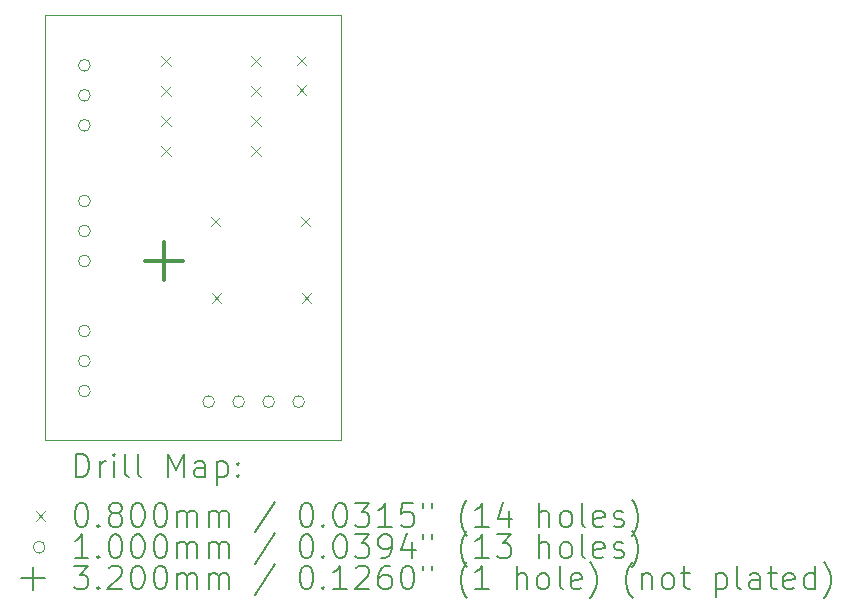
<source format=gbr>
%TF.GenerationSoftware,KiCad,Pcbnew,9.0.0*%
%TF.CreationDate,2025-03-16T20:44:52+01:00*%
%TF.ProjectId,eeprom_i2c,65657072-6f6d-45f6-9932-632e6b696361,1.1*%
%TF.SameCoordinates,PX7459280PY5b8d800*%
%TF.FileFunction,Drillmap*%
%TF.FilePolarity,Positive*%
%FSLAX45Y45*%
G04 Gerber Fmt 4.5, Leading zero omitted, Abs format (unit mm)*
G04 Created by KiCad (PCBNEW 9.0.0) date 2025-03-16 20:44:52*
%MOMM*%
%LPD*%
G01*
G04 APERTURE LIST*
%ADD10C,0.050000*%
%ADD11C,0.200000*%
%ADD12C,0.100000*%
%ADD13C,0.320000*%
G04 APERTURE END LIST*
D10*
X0Y3600000D02*
X2500000Y3600000D01*
X2500000Y0D01*
X0Y0D01*
X0Y3600000D01*
D11*
D12*
X980000Y3249000D02*
X1060000Y3169000D01*
X1060000Y3249000D02*
X980000Y3169000D01*
X980000Y2995000D02*
X1060000Y2915000D01*
X1060000Y2995000D02*
X980000Y2915000D01*
X980000Y2741000D02*
X1060000Y2661000D01*
X1060000Y2741000D02*
X980000Y2661000D01*
X980000Y2487000D02*
X1060000Y2407000D01*
X1060000Y2487000D02*
X980000Y2407000D01*
X1399000Y1890000D02*
X1479000Y1810000D01*
X1479000Y1890000D02*
X1399000Y1810000D01*
X1410000Y1245000D02*
X1490000Y1165000D01*
X1490000Y1245000D02*
X1410000Y1165000D01*
X1742000Y3249000D02*
X1822000Y3169000D01*
X1822000Y3249000D02*
X1742000Y3169000D01*
X1742000Y2995000D02*
X1822000Y2915000D01*
X1822000Y2995000D02*
X1742000Y2915000D01*
X1742000Y2741000D02*
X1822000Y2661000D01*
X1822000Y2741000D02*
X1742000Y2661000D01*
X1742000Y2487000D02*
X1822000Y2407000D01*
X1822000Y2487000D02*
X1742000Y2407000D01*
X2130000Y3255000D02*
X2210000Y3175000D01*
X2210000Y3255000D02*
X2130000Y3175000D01*
X2130000Y3005000D02*
X2210000Y2925000D01*
X2210000Y3005000D02*
X2130000Y2925000D01*
X2161000Y1890000D02*
X2241000Y1810000D01*
X2241000Y1890000D02*
X2161000Y1810000D01*
X2172000Y1245000D02*
X2252000Y1165000D01*
X2252000Y1245000D02*
X2172000Y1165000D01*
X380000Y3173000D02*
G75*
G02*
X280000Y3173000I-50000J0D01*
G01*
X280000Y3173000D02*
G75*
G02*
X380000Y3173000I50000J0D01*
G01*
X380000Y2919000D02*
G75*
G02*
X280000Y2919000I-50000J0D01*
G01*
X280000Y2919000D02*
G75*
G02*
X380000Y2919000I50000J0D01*
G01*
X380000Y2665000D02*
G75*
G02*
X280000Y2665000I-50000J0D01*
G01*
X280000Y2665000D02*
G75*
G02*
X380000Y2665000I50000J0D01*
G01*
X380000Y2024500D02*
G75*
G02*
X280000Y2024500I-50000J0D01*
G01*
X280000Y2024500D02*
G75*
G02*
X380000Y2024500I50000J0D01*
G01*
X380000Y1770500D02*
G75*
G02*
X280000Y1770500I-50000J0D01*
G01*
X280000Y1770500D02*
G75*
G02*
X380000Y1770500I50000J0D01*
G01*
X380000Y1516500D02*
G75*
G02*
X280000Y1516500I-50000J0D01*
G01*
X280000Y1516500D02*
G75*
G02*
X380000Y1516500I50000J0D01*
G01*
X380000Y923000D02*
G75*
G02*
X280000Y923000I-50000J0D01*
G01*
X280000Y923000D02*
G75*
G02*
X380000Y923000I50000J0D01*
G01*
X380000Y669000D02*
G75*
G02*
X280000Y669000I-50000J0D01*
G01*
X280000Y669000D02*
G75*
G02*
X380000Y669000I50000J0D01*
G01*
X380000Y415000D02*
G75*
G02*
X280000Y415000I-50000J0D01*
G01*
X280000Y415000D02*
G75*
G02*
X380000Y415000I50000J0D01*
G01*
X1432000Y325000D02*
G75*
G02*
X1332000Y325000I-50000J0D01*
G01*
X1332000Y325000D02*
G75*
G02*
X1432000Y325000I50000J0D01*
G01*
X1686000Y325000D02*
G75*
G02*
X1586000Y325000I-50000J0D01*
G01*
X1586000Y325000D02*
G75*
G02*
X1686000Y325000I50000J0D01*
G01*
X1940000Y325000D02*
G75*
G02*
X1840000Y325000I-50000J0D01*
G01*
X1840000Y325000D02*
G75*
G02*
X1940000Y325000I50000J0D01*
G01*
X2194000Y325000D02*
G75*
G02*
X2094000Y325000I-50000J0D01*
G01*
X2094000Y325000D02*
G75*
G02*
X2194000Y325000I50000J0D01*
G01*
D13*
X1005000Y1680000D02*
X1005000Y1360000D01*
X845000Y1520000D02*
X1165000Y1520000D01*
D11*
X258277Y-313984D02*
X258277Y-113984D01*
X258277Y-113984D02*
X305896Y-113984D01*
X305896Y-113984D02*
X334467Y-123508D01*
X334467Y-123508D02*
X353515Y-142555D01*
X353515Y-142555D02*
X363039Y-161603D01*
X363039Y-161603D02*
X372562Y-199698D01*
X372562Y-199698D02*
X372562Y-228269D01*
X372562Y-228269D02*
X363039Y-266365D01*
X363039Y-266365D02*
X353515Y-285412D01*
X353515Y-285412D02*
X334467Y-304460D01*
X334467Y-304460D02*
X305896Y-313984D01*
X305896Y-313984D02*
X258277Y-313984D01*
X458277Y-313984D02*
X458277Y-180650D01*
X458277Y-218746D02*
X467801Y-199698D01*
X467801Y-199698D02*
X477324Y-190174D01*
X477324Y-190174D02*
X496372Y-180650D01*
X496372Y-180650D02*
X515420Y-180650D01*
X582086Y-313984D02*
X582086Y-180650D01*
X582086Y-113984D02*
X572563Y-123508D01*
X572563Y-123508D02*
X582086Y-133031D01*
X582086Y-133031D02*
X591610Y-123508D01*
X591610Y-123508D02*
X582086Y-113984D01*
X582086Y-113984D02*
X582086Y-133031D01*
X705896Y-313984D02*
X686848Y-304460D01*
X686848Y-304460D02*
X677324Y-285412D01*
X677324Y-285412D02*
X677324Y-113984D01*
X810658Y-313984D02*
X791610Y-304460D01*
X791610Y-304460D02*
X782086Y-285412D01*
X782086Y-285412D02*
X782086Y-113984D01*
X1039229Y-313984D02*
X1039229Y-113984D01*
X1039229Y-113984D02*
X1105896Y-256841D01*
X1105896Y-256841D02*
X1172563Y-113984D01*
X1172563Y-113984D02*
X1172563Y-313984D01*
X1353515Y-313984D02*
X1353515Y-209222D01*
X1353515Y-209222D02*
X1343991Y-190174D01*
X1343991Y-190174D02*
X1324944Y-180650D01*
X1324944Y-180650D02*
X1286848Y-180650D01*
X1286848Y-180650D02*
X1267801Y-190174D01*
X1353515Y-304460D02*
X1334467Y-313984D01*
X1334467Y-313984D02*
X1286848Y-313984D01*
X1286848Y-313984D02*
X1267801Y-304460D01*
X1267801Y-304460D02*
X1258277Y-285412D01*
X1258277Y-285412D02*
X1258277Y-266365D01*
X1258277Y-266365D02*
X1267801Y-247317D01*
X1267801Y-247317D02*
X1286848Y-237793D01*
X1286848Y-237793D02*
X1334467Y-237793D01*
X1334467Y-237793D02*
X1353515Y-228269D01*
X1448753Y-180650D02*
X1448753Y-380650D01*
X1448753Y-190174D02*
X1467801Y-180650D01*
X1467801Y-180650D02*
X1505896Y-180650D01*
X1505896Y-180650D02*
X1524943Y-190174D01*
X1524943Y-190174D02*
X1534467Y-199698D01*
X1534467Y-199698D02*
X1543991Y-218746D01*
X1543991Y-218746D02*
X1543991Y-275889D01*
X1543991Y-275889D02*
X1534467Y-294936D01*
X1534467Y-294936D02*
X1524943Y-304460D01*
X1524943Y-304460D02*
X1505896Y-313984D01*
X1505896Y-313984D02*
X1467801Y-313984D01*
X1467801Y-313984D02*
X1448753Y-304460D01*
X1629705Y-294936D02*
X1639229Y-304460D01*
X1639229Y-304460D02*
X1629705Y-313984D01*
X1629705Y-313984D02*
X1620182Y-304460D01*
X1620182Y-304460D02*
X1629705Y-294936D01*
X1629705Y-294936D02*
X1629705Y-313984D01*
X1629705Y-190174D02*
X1639229Y-199698D01*
X1639229Y-199698D02*
X1629705Y-209222D01*
X1629705Y-209222D02*
X1620182Y-199698D01*
X1620182Y-199698D02*
X1629705Y-190174D01*
X1629705Y-190174D02*
X1629705Y-209222D01*
D12*
X-82500Y-602500D02*
X-2500Y-682500D01*
X-2500Y-602500D02*
X-82500Y-682500D01*
D11*
X296372Y-533984D02*
X315420Y-533984D01*
X315420Y-533984D02*
X334467Y-543508D01*
X334467Y-543508D02*
X343991Y-553031D01*
X343991Y-553031D02*
X353515Y-572079D01*
X353515Y-572079D02*
X363039Y-610174D01*
X363039Y-610174D02*
X363039Y-657793D01*
X363039Y-657793D02*
X353515Y-695889D01*
X353515Y-695889D02*
X343991Y-714936D01*
X343991Y-714936D02*
X334467Y-724460D01*
X334467Y-724460D02*
X315420Y-733984D01*
X315420Y-733984D02*
X296372Y-733984D01*
X296372Y-733984D02*
X277324Y-724460D01*
X277324Y-724460D02*
X267801Y-714936D01*
X267801Y-714936D02*
X258277Y-695889D01*
X258277Y-695889D02*
X248753Y-657793D01*
X248753Y-657793D02*
X248753Y-610174D01*
X248753Y-610174D02*
X258277Y-572079D01*
X258277Y-572079D02*
X267801Y-553031D01*
X267801Y-553031D02*
X277324Y-543508D01*
X277324Y-543508D02*
X296372Y-533984D01*
X448753Y-714936D02*
X458277Y-724460D01*
X458277Y-724460D02*
X448753Y-733984D01*
X448753Y-733984D02*
X439229Y-724460D01*
X439229Y-724460D02*
X448753Y-714936D01*
X448753Y-714936D02*
X448753Y-733984D01*
X572563Y-619698D02*
X553515Y-610174D01*
X553515Y-610174D02*
X543991Y-600650D01*
X543991Y-600650D02*
X534467Y-581603D01*
X534467Y-581603D02*
X534467Y-572079D01*
X534467Y-572079D02*
X543991Y-553031D01*
X543991Y-553031D02*
X553515Y-543508D01*
X553515Y-543508D02*
X572563Y-533984D01*
X572563Y-533984D02*
X610658Y-533984D01*
X610658Y-533984D02*
X629705Y-543508D01*
X629705Y-543508D02*
X639229Y-553031D01*
X639229Y-553031D02*
X648753Y-572079D01*
X648753Y-572079D02*
X648753Y-581603D01*
X648753Y-581603D02*
X639229Y-600650D01*
X639229Y-600650D02*
X629705Y-610174D01*
X629705Y-610174D02*
X610658Y-619698D01*
X610658Y-619698D02*
X572563Y-619698D01*
X572563Y-619698D02*
X553515Y-629222D01*
X553515Y-629222D02*
X543991Y-638746D01*
X543991Y-638746D02*
X534467Y-657793D01*
X534467Y-657793D02*
X534467Y-695889D01*
X534467Y-695889D02*
X543991Y-714936D01*
X543991Y-714936D02*
X553515Y-724460D01*
X553515Y-724460D02*
X572563Y-733984D01*
X572563Y-733984D02*
X610658Y-733984D01*
X610658Y-733984D02*
X629705Y-724460D01*
X629705Y-724460D02*
X639229Y-714936D01*
X639229Y-714936D02*
X648753Y-695889D01*
X648753Y-695889D02*
X648753Y-657793D01*
X648753Y-657793D02*
X639229Y-638746D01*
X639229Y-638746D02*
X629705Y-629222D01*
X629705Y-629222D02*
X610658Y-619698D01*
X772562Y-533984D02*
X791610Y-533984D01*
X791610Y-533984D02*
X810658Y-543508D01*
X810658Y-543508D02*
X820182Y-553031D01*
X820182Y-553031D02*
X829705Y-572079D01*
X829705Y-572079D02*
X839229Y-610174D01*
X839229Y-610174D02*
X839229Y-657793D01*
X839229Y-657793D02*
X829705Y-695889D01*
X829705Y-695889D02*
X820182Y-714936D01*
X820182Y-714936D02*
X810658Y-724460D01*
X810658Y-724460D02*
X791610Y-733984D01*
X791610Y-733984D02*
X772562Y-733984D01*
X772562Y-733984D02*
X753515Y-724460D01*
X753515Y-724460D02*
X743991Y-714936D01*
X743991Y-714936D02*
X734467Y-695889D01*
X734467Y-695889D02*
X724943Y-657793D01*
X724943Y-657793D02*
X724943Y-610174D01*
X724943Y-610174D02*
X734467Y-572079D01*
X734467Y-572079D02*
X743991Y-553031D01*
X743991Y-553031D02*
X753515Y-543508D01*
X753515Y-543508D02*
X772562Y-533984D01*
X963039Y-533984D02*
X982086Y-533984D01*
X982086Y-533984D02*
X1001134Y-543508D01*
X1001134Y-543508D02*
X1010658Y-553031D01*
X1010658Y-553031D02*
X1020182Y-572079D01*
X1020182Y-572079D02*
X1029705Y-610174D01*
X1029705Y-610174D02*
X1029705Y-657793D01*
X1029705Y-657793D02*
X1020182Y-695889D01*
X1020182Y-695889D02*
X1010658Y-714936D01*
X1010658Y-714936D02*
X1001134Y-724460D01*
X1001134Y-724460D02*
X982086Y-733984D01*
X982086Y-733984D02*
X963039Y-733984D01*
X963039Y-733984D02*
X943991Y-724460D01*
X943991Y-724460D02*
X934467Y-714936D01*
X934467Y-714936D02*
X924943Y-695889D01*
X924943Y-695889D02*
X915420Y-657793D01*
X915420Y-657793D02*
X915420Y-610174D01*
X915420Y-610174D02*
X924943Y-572079D01*
X924943Y-572079D02*
X934467Y-553031D01*
X934467Y-553031D02*
X943991Y-543508D01*
X943991Y-543508D02*
X963039Y-533984D01*
X1115420Y-733984D02*
X1115420Y-600650D01*
X1115420Y-619698D02*
X1124944Y-610174D01*
X1124944Y-610174D02*
X1143991Y-600650D01*
X1143991Y-600650D02*
X1172563Y-600650D01*
X1172563Y-600650D02*
X1191610Y-610174D01*
X1191610Y-610174D02*
X1201134Y-629222D01*
X1201134Y-629222D02*
X1201134Y-733984D01*
X1201134Y-629222D02*
X1210658Y-610174D01*
X1210658Y-610174D02*
X1229705Y-600650D01*
X1229705Y-600650D02*
X1258277Y-600650D01*
X1258277Y-600650D02*
X1277325Y-610174D01*
X1277325Y-610174D02*
X1286848Y-629222D01*
X1286848Y-629222D02*
X1286848Y-733984D01*
X1382086Y-733984D02*
X1382086Y-600650D01*
X1382086Y-619698D02*
X1391610Y-610174D01*
X1391610Y-610174D02*
X1410658Y-600650D01*
X1410658Y-600650D02*
X1439229Y-600650D01*
X1439229Y-600650D02*
X1458277Y-610174D01*
X1458277Y-610174D02*
X1467801Y-629222D01*
X1467801Y-629222D02*
X1467801Y-733984D01*
X1467801Y-629222D02*
X1477324Y-610174D01*
X1477324Y-610174D02*
X1496372Y-600650D01*
X1496372Y-600650D02*
X1524943Y-600650D01*
X1524943Y-600650D02*
X1543991Y-610174D01*
X1543991Y-610174D02*
X1553515Y-629222D01*
X1553515Y-629222D02*
X1553515Y-733984D01*
X1943991Y-524460D02*
X1772563Y-781603D01*
X2201134Y-533984D02*
X2220182Y-533984D01*
X2220182Y-533984D02*
X2239229Y-543508D01*
X2239229Y-543508D02*
X2248753Y-553031D01*
X2248753Y-553031D02*
X2258277Y-572079D01*
X2258277Y-572079D02*
X2267801Y-610174D01*
X2267801Y-610174D02*
X2267801Y-657793D01*
X2267801Y-657793D02*
X2258277Y-695889D01*
X2258277Y-695889D02*
X2248753Y-714936D01*
X2248753Y-714936D02*
X2239229Y-724460D01*
X2239229Y-724460D02*
X2220182Y-733984D01*
X2220182Y-733984D02*
X2201134Y-733984D01*
X2201134Y-733984D02*
X2182087Y-724460D01*
X2182087Y-724460D02*
X2172563Y-714936D01*
X2172563Y-714936D02*
X2163039Y-695889D01*
X2163039Y-695889D02*
X2153515Y-657793D01*
X2153515Y-657793D02*
X2153515Y-610174D01*
X2153515Y-610174D02*
X2163039Y-572079D01*
X2163039Y-572079D02*
X2172563Y-553031D01*
X2172563Y-553031D02*
X2182087Y-543508D01*
X2182087Y-543508D02*
X2201134Y-533984D01*
X2353515Y-714936D02*
X2363039Y-724460D01*
X2363039Y-724460D02*
X2353515Y-733984D01*
X2353515Y-733984D02*
X2343991Y-724460D01*
X2343991Y-724460D02*
X2353515Y-714936D01*
X2353515Y-714936D02*
X2353515Y-733984D01*
X2486848Y-533984D02*
X2505896Y-533984D01*
X2505896Y-533984D02*
X2524944Y-543508D01*
X2524944Y-543508D02*
X2534468Y-553031D01*
X2534468Y-553031D02*
X2543991Y-572079D01*
X2543991Y-572079D02*
X2553515Y-610174D01*
X2553515Y-610174D02*
X2553515Y-657793D01*
X2553515Y-657793D02*
X2543991Y-695889D01*
X2543991Y-695889D02*
X2534468Y-714936D01*
X2534468Y-714936D02*
X2524944Y-724460D01*
X2524944Y-724460D02*
X2505896Y-733984D01*
X2505896Y-733984D02*
X2486848Y-733984D01*
X2486848Y-733984D02*
X2467801Y-724460D01*
X2467801Y-724460D02*
X2458277Y-714936D01*
X2458277Y-714936D02*
X2448753Y-695889D01*
X2448753Y-695889D02*
X2439229Y-657793D01*
X2439229Y-657793D02*
X2439229Y-610174D01*
X2439229Y-610174D02*
X2448753Y-572079D01*
X2448753Y-572079D02*
X2458277Y-553031D01*
X2458277Y-553031D02*
X2467801Y-543508D01*
X2467801Y-543508D02*
X2486848Y-533984D01*
X2620182Y-533984D02*
X2743991Y-533984D01*
X2743991Y-533984D02*
X2677325Y-610174D01*
X2677325Y-610174D02*
X2705896Y-610174D01*
X2705896Y-610174D02*
X2724944Y-619698D01*
X2724944Y-619698D02*
X2734468Y-629222D01*
X2734468Y-629222D02*
X2743991Y-648270D01*
X2743991Y-648270D02*
X2743991Y-695889D01*
X2743991Y-695889D02*
X2734468Y-714936D01*
X2734468Y-714936D02*
X2724944Y-724460D01*
X2724944Y-724460D02*
X2705896Y-733984D01*
X2705896Y-733984D02*
X2648753Y-733984D01*
X2648753Y-733984D02*
X2629706Y-724460D01*
X2629706Y-724460D02*
X2620182Y-714936D01*
X2934467Y-733984D02*
X2820182Y-733984D01*
X2877325Y-733984D02*
X2877325Y-533984D01*
X2877325Y-533984D02*
X2858277Y-562555D01*
X2858277Y-562555D02*
X2839229Y-581603D01*
X2839229Y-581603D02*
X2820182Y-591127D01*
X3115420Y-533984D02*
X3020182Y-533984D01*
X3020182Y-533984D02*
X3010658Y-629222D01*
X3010658Y-629222D02*
X3020182Y-619698D01*
X3020182Y-619698D02*
X3039229Y-610174D01*
X3039229Y-610174D02*
X3086848Y-610174D01*
X3086848Y-610174D02*
X3105896Y-619698D01*
X3105896Y-619698D02*
X3115420Y-629222D01*
X3115420Y-629222D02*
X3124944Y-648270D01*
X3124944Y-648270D02*
X3124944Y-695889D01*
X3124944Y-695889D02*
X3115420Y-714936D01*
X3115420Y-714936D02*
X3105896Y-724460D01*
X3105896Y-724460D02*
X3086848Y-733984D01*
X3086848Y-733984D02*
X3039229Y-733984D01*
X3039229Y-733984D02*
X3020182Y-724460D01*
X3020182Y-724460D02*
X3010658Y-714936D01*
X3201134Y-533984D02*
X3201134Y-572079D01*
X3277325Y-533984D02*
X3277325Y-572079D01*
X3572563Y-810174D02*
X3563039Y-800650D01*
X3563039Y-800650D02*
X3543991Y-772079D01*
X3543991Y-772079D02*
X3534468Y-753031D01*
X3534468Y-753031D02*
X3524944Y-724460D01*
X3524944Y-724460D02*
X3515420Y-676841D01*
X3515420Y-676841D02*
X3515420Y-638746D01*
X3515420Y-638746D02*
X3524944Y-591127D01*
X3524944Y-591127D02*
X3534468Y-562555D01*
X3534468Y-562555D02*
X3543991Y-543508D01*
X3543991Y-543508D02*
X3563039Y-514936D01*
X3563039Y-514936D02*
X3572563Y-505412D01*
X3753515Y-733984D02*
X3639229Y-733984D01*
X3696372Y-733984D02*
X3696372Y-533984D01*
X3696372Y-533984D02*
X3677325Y-562555D01*
X3677325Y-562555D02*
X3658277Y-581603D01*
X3658277Y-581603D02*
X3639229Y-591127D01*
X3924944Y-600650D02*
X3924944Y-733984D01*
X3877325Y-524460D02*
X3829706Y-667317D01*
X3829706Y-667317D02*
X3953515Y-667317D01*
X4182087Y-733984D02*
X4182087Y-533984D01*
X4267801Y-733984D02*
X4267801Y-629222D01*
X4267801Y-629222D02*
X4258277Y-610174D01*
X4258277Y-610174D02*
X4239230Y-600650D01*
X4239230Y-600650D02*
X4210658Y-600650D01*
X4210658Y-600650D02*
X4191610Y-610174D01*
X4191610Y-610174D02*
X4182087Y-619698D01*
X4391611Y-733984D02*
X4372563Y-724460D01*
X4372563Y-724460D02*
X4363039Y-714936D01*
X4363039Y-714936D02*
X4353515Y-695889D01*
X4353515Y-695889D02*
X4353515Y-638746D01*
X4353515Y-638746D02*
X4363039Y-619698D01*
X4363039Y-619698D02*
X4372563Y-610174D01*
X4372563Y-610174D02*
X4391611Y-600650D01*
X4391611Y-600650D02*
X4420182Y-600650D01*
X4420182Y-600650D02*
X4439230Y-610174D01*
X4439230Y-610174D02*
X4448753Y-619698D01*
X4448753Y-619698D02*
X4458277Y-638746D01*
X4458277Y-638746D02*
X4458277Y-695889D01*
X4458277Y-695889D02*
X4448753Y-714936D01*
X4448753Y-714936D02*
X4439230Y-724460D01*
X4439230Y-724460D02*
X4420182Y-733984D01*
X4420182Y-733984D02*
X4391611Y-733984D01*
X4572563Y-733984D02*
X4553515Y-724460D01*
X4553515Y-724460D02*
X4543992Y-705412D01*
X4543992Y-705412D02*
X4543992Y-533984D01*
X4724944Y-724460D02*
X4705896Y-733984D01*
X4705896Y-733984D02*
X4667801Y-733984D01*
X4667801Y-733984D02*
X4648753Y-724460D01*
X4648753Y-724460D02*
X4639230Y-705412D01*
X4639230Y-705412D02*
X4639230Y-629222D01*
X4639230Y-629222D02*
X4648753Y-610174D01*
X4648753Y-610174D02*
X4667801Y-600650D01*
X4667801Y-600650D02*
X4705896Y-600650D01*
X4705896Y-600650D02*
X4724944Y-610174D01*
X4724944Y-610174D02*
X4734468Y-629222D01*
X4734468Y-629222D02*
X4734468Y-648270D01*
X4734468Y-648270D02*
X4639230Y-667317D01*
X4810658Y-724460D02*
X4829706Y-733984D01*
X4829706Y-733984D02*
X4867801Y-733984D01*
X4867801Y-733984D02*
X4886849Y-724460D01*
X4886849Y-724460D02*
X4896373Y-705412D01*
X4896373Y-705412D02*
X4896373Y-695889D01*
X4896373Y-695889D02*
X4886849Y-676841D01*
X4886849Y-676841D02*
X4867801Y-667317D01*
X4867801Y-667317D02*
X4839230Y-667317D01*
X4839230Y-667317D02*
X4820182Y-657793D01*
X4820182Y-657793D02*
X4810658Y-638746D01*
X4810658Y-638746D02*
X4810658Y-629222D01*
X4810658Y-629222D02*
X4820182Y-610174D01*
X4820182Y-610174D02*
X4839230Y-600650D01*
X4839230Y-600650D02*
X4867801Y-600650D01*
X4867801Y-600650D02*
X4886849Y-610174D01*
X4963039Y-810174D02*
X4972563Y-800650D01*
X4972563Y-800650D02*
X4991611Y-772079D01*
X4991611Y-772079D02*
X5001134Y-753031D01*
X5001134Y-753031D02*
X5010658Y-724460D01*
X5010658Y-724460D02*
X5020182Y-676841D01*
X5020182Y-676841D02*
X5020182Y-638746D01*
X5020182Y-638746D02*
X5010658Y-591127D01*
X5010658Y-591127D02*
X5001134Y-562555D01*
X5001134Y-562555D02*
X4991611Y-543508D01*
X4991611Y-543508D02*
X4972563Y-514936D01*
X4972563Y-514936D02*
X4963039Y-505412D01*
D12*
X-2500Y-906500D02*
G75*
G02*
X-102500Y-906500I-50000J0D01*
G01*
X-102500Y-906500D02*
G75*
G02*
X-2500Y-906500I50000J0D01*
G01*
D11*
X363039Y-997984D02*
X248753Y-997984D01*
X305896Y-997984D02*
X305896Y-797984D01*
X305896Y-797984D02*
X286848Y-826555D01*
X286848Y-826555D02*
X267801Y-845603D01*
X267801Y-845603D02*
X248753Y-855127D01*
X448753Y-978936D02*
X458277Y-988460D01*
X458277Y-988460D02*
X448753Y-997984D01*
X448753Y-997984D02*
X439229Y-988460D01*
X439229Y-988460D02*
X448753Y-978936D01*
X448753Y-978936D02*
X448753Y-997984D01*
X582086Y-797984D02*
X601134Y-797984D01*
X601134Y-797984D02*
X620182Y-807508D01*
X620182Y-807508D02*
X629705Y-817031D01*
X629705Y-817031D02*
X639229Y-836079D01*
X639229Y-836079D02*
X648753Y-874174D01*
X648753Y-874174D02*
X648753Y-921793D01*
X648753Y-921793D02*
X639229Y-959888D01*
X639229Y-959888D02*
X629705Y-978936D01*
X629705Y-978936D02*
X620182Y-988460D01*
X620182Y-988460D02*
X601134Y-997984D01*
X601134Y-997984D02*
X582086Y-997984D01*
X582086Y-997984D02*
X563039Y-988460D01*
X563039Y-988460D02*
X553515Y-978936D01*
X553515Y-978936D02*
X543991Y-959888D01*
X543991Y-959888D02*
X534467Y-921793D01*
X534467Y-921793D02*
X534467Y-874174D01*
X534467Y-874174D02*
X543991Y-836079D01*
X543991Y-836079D02*
X553515Y-817031D01*
X553515Y-817031D02*
X563039Y-807508D01*
X563039Y-807508D02*
X582086Y-797984D01*
X772562Y-797984D02*
X791610Y-797984D01*
X791610Y-797984D02*
X810658Y-807508D01*
X810658Y-807508D02*
X820182Y-817031D01*
X820182Y-817031D02*
X829705Y-836079D01*
X829705Y-836079D02*
X839229Y-874174D01*
X839229Y-874174D02*
X839229Y-921793D01*
X839229Y-921793D02*
X829705Y-959888D01*
X829705Y-959888D02*
X820182Y-978936D01*
X820182Y-978936D02*
X810658Y-988460D01*
X810658Y-988460D02*
X791610Y-997984D01*
X791610Y-997984D02*
X772562Y-997984D01*
X772562Y-997984D02*
X753515Y-988460D01*
X753515Y-988460D02*
X743991Y-978936D01*
X743991Y-978936D02*
X734467Y-959888D01*
X734467Y-959888D02*
X724943Y-921793D01*
X724943Y-921793D02*
X724943Y-874174D01*
X724943Y-874174D02*
X734467Y-836079D01*
X734467Y-836079D02*
X743991Y-817031D01*
X743991Y-817031D02*
X753515Y-807508D01*
X753515Y-807508D02*
X772562Y-797984D01*
X963039Y-797984D02*
X982086Y-797984D01*
X982086Y-797984D02*
X1001134Y-807508D01*
X1001134Y-807508D02*
X1010658Y-817031D01*
X1010658Y-817031D02*
X1020182Y-836079D01*
X1020182Y-836079D02*
X1029705Y-874174D01*
X1029705Y-874174D02*
X1029705Y-921793D01*
X1029705Y-921793D02*
X1020182Y-959888D01*
X1020182Y-959888D02*
X1010658Y-978936D01*
X1010658Y-978936D02*
X1001134Y-988460D01*
X1001134Y-988460D02*
X982086Y-997984D01*
X982086Y-997984D02*
X963039Y-997984D01*
X963039Y-997984D02*
X943991Y-988460D01*
X943991Y-988460D02*
X934467Y-978936D01*
X934467Y-978936D02*
X924943Y-959888D01*
X924943Y-959888D02*
X915420Y-921793D01*
X915420Y-921793D02*
X915420Y-874174D01*
X915420Y-874174D02*
X924943Y-836079D01*
X924943Y-836079D02*
X934467Y-817031D01*
X934467Y-817031D02*
X943991Y-807508D01*
X943991Y-807508D02*
X963039Y-797984D01*
X1115420Y-997984D02*
X1115420Y-864650D01*
X1115420Y-883698D02*
X1124944Y-874174D01*
X1124944Y-874174D02*
X1143991Y-864650D01*
X1143991Y-864650D02*
X1172563Y-864650D01*
X1172563Y-864650D02*
X1191610Y-874174D01*
X1191610Y-874174D02*
X1201134Y-893222D01*
X1201134Y-893222D02*
X1201134Y-997984D01*
X1201134Y-893222D02*
X1210658Y-874174D01*
X1210658Y-874174D02*
X1229705Y-864650D01*
X1229705Y-864650D02*
X1258277Y-864650D01*
X1258277Y-864650D02*
X1277325Y-874174D01*
X1277325Y-874174D02*
X1286848Y-893222D01*
X1286848Y-893222D02*
X1286848Y-997984D01*
X1382086Y-997984D02*
X1382086Y-864650D01*
X1382086Y-883698D02*
X1391610Y-874174D01*
X1391610Y-874174D02*
X1410658Y-864650D01*
X1410658Y-864650D02*
X1439229Y-864650D01*
X1439229Y-864650D02*
X1458277Y-874174D01*
X1458277Y-874174D02*
X1467801Y-893222D01*
X1467801Y-893222D02*
X1467801Y-997984D01*
X1467801Y-893222D02*
X1477324Y-874174D01*
X1477324Y-874174D02*
X1496372Y-864650D01*
X1496372Y-864650D02*
X1524943Y-864650D01*
X1524943Y-864650D02*
X1543991Y-874174D01*
X1543991Y-874174D02*
X1553515Y-893222D01*
X1553515Y-893222D02*
X1553515Y-997984D01*
X1943991Y-788460D02*
X1772563Y-1045603D01*
X2201134Y-797984D02*
X2220182Y-797984D01*
X2220182Y-797984D02*
X2239229Y-807508D01*
X2239229Y-807508D02*
X2248753Y-817031D01*
X2248753Y-817031D02*
X2258277Y-836079D01*
X2258277Y-836079D02*
X2267801Y-874174D01*
X2267801Y-874174D02*
X2267801Y-921793D01*
X2267801Y-921793D02*
X2258277Y-959888D01*
X2258277Y-959888D02*
X2248753Y-978936D01*
X2248753Y-978936D02*
X2239229Y-988460D01*
X2239229Y-988460D02*
X2220182Y-997984D01*
X2220182Y-997984D02*
X2201134Y-997984D01*
X2201134Y-997984D02*
X2182087Y-988460D01*
X2182087Y-988460D02*
X2172563Y-978936D01*
X2172563Y-978936D02*
X2163039Y-959888D01*
X2163039Y-959888D02*
X2153515Y-921793D01*
X2153515Y-921793D02*
X2153515Y-874174D01*
X2153515Y-874174D02*
X2163039Y-836079D01*
X2163039Y-836079D02*
X2172563Y-817031D01*
X2172563Y-817031D02*
X2182087Y-807508D01*
X2182087Y-807508D02*
X2201134Y-797984D01*
X2353515Y-978936D02*
X2363039Y-988460D01*
X2363039Y-988460D02*
X2353515Y-997984D01*
X2353515Y-997984D02*
X2343991Y-988460D01*
X2343991Y-988460D02*
X2353515Y-978936D01*
X2353515Y-978936D02*
X2353515Y-997984D01*
X2486848Y-797984D02*
X2505896Y-797984D01*
X2505896Y-797984D02*
X2524944Y-807508D01*
X2524944Y-807508D02*
X2534468Y-817031D01*
X2534468Y-817031D02*
X2543991Y-836079D01*
X2543991Y-836079D02*
X2553515Y-874174D01*
X2553515Y-874174D02*
X2553515Y-921793D01*
X2553515Y-921793D02*
X2543991Y-959888D01*
X2543991Y-959888D02*
X2534468Y-978936D01*
X2534468Y-978936D02*
X2524944Y-988460D01*
X2524944Y-988460D02*
X2505896Y-997984D01*
X2505896Y-997984D02*
X2486848Y-997984D01*
X2486848Y-997984D02*
X2467801Y-988460D01*
X2467801Y-988460D02*
X2458277Y-978936D01*
X2458277Y-978936D02*
X2448753Y-959888D01*
X2448753Y-959888D02*
X2439229Y-921793D01*
X2439229Y-921793D02*
X2439229Y-874174D01*
X2439229Y-874174D02*
X2448753Y-836079D01*
X2448753Y-836079D02*
X2458277Y-817031D01*
X2458277Y-817031D02*
X2467801Y-807508D01*
X2467801Y-807508D02*
X2486848Y-797984D01*
X2620182Y-797984D02*
X2743991Y-797984D01*
X2743991Y-797984D02*
X2677325Y-874174D01*
X2677325Y-874174D02*
X2705896Y-874174D01*
X2705896Y-874174D02*
X2724944Y-883698D01*
X2724944Y-883698D02*
X2734468Y-893222D01*
X2734468Y-893222D02*
X2743991Y-912269D01*
X2743991Y-912269D02*
X2743991Y-959888D01*
X2743991Y-959888D02*
X2734468Y-978936D01*
X2734468Y-978936D02*
X2724944Y-988460D01*
X2724944Y-988460D02*
X2705896Y-997984D01*
X2705896Y-997984D02*
X2648753Y-997984D01*
X2648753Y-997984D02*
X2629706Y-988460D01*
X2629706Y-988460D02*
X2620182Y-978936D01*
X2839229Y-997984D02*
X2877325Y-997984D01*
X2877325Y-997984D02*
X2896372Y-988460D01*
X2896372Y-988460D02*
X2905896Y-978936D01*
X2905896Y-978936D02*
X2924944Y-950365D01*
X2924944Y-950365D02*
X2934467Y-912269D01*
X2934467Y-912269D02*
X2934467Y-836079D01*
X2934467Y-836079D02*
X2924944Y-817031D01*
X2924944Y-817031D02*
X2915420Y-807508D01*
X2915420Y-807508D02*
X2896372Y-797984D01*
X2896372Y-797984D02*
X2858277Y-797984D01*
X2858277Y-797984D02*
X2839229Y-807508D01*
X2839229Y-807508D02*
X2829706Y-817031D01*
X2829706Y-817031D02*
X2820182Y-836079D01*
X2820182Y-836079D02*
X2820182Y-883698D01*
X2820182Y-883698D02*
X2829706Y-902746D01*
X2829706Y-902746D02*
X2839229Y-912269D01*
X2839229Y-912269D02*
X2858277Y-921793D01*
X2858277Y-921793D02*
X2896372Y-921793D01*
X2896372Y-921793D02*
X2915420Y-912269D01*
X2915420Y-912269D02*
X2924944Y-902746D01*
X2924944Y-902746D02*
X2934467Y-883698D01*
X3105896Y-864650D02*
X3105896Y-997984D01*
X3058277Y-788460D02*
X3010658Y-931317D01*
X3010658Y-931317D02*
X3134467Y-931317D01*
X3201134Y-797984D02*
X3201134Y-836079D01*
X3277325Y-797984D02*
X3277325Y-836079D01*
X3572563Y-1074174D02*
X3563039Y-1064650D01*
X3563039Y-1064650D02*
X3543991Y-1036079D01*
X3543991Y-1036079D02*
X3534468Y-1017031D01*
X3534468Y-1017031D02*
X3524944Y-988460D01*
X3524944Y-988460D02*
X3515420Y-940841D01*
X3515420Y-940841D02*
X3515420Y-902746D01*
X3515420Y-902746D02*
X3524944Y-855127D01*
X3524944Y-855127D02*
X3534468Y-826555D01*
X3534468Y-826555D02*
X3543991Y-807508D01*
X3543991Y-807508D02*
X3563039Y-778936D01*
X3563039Y-778936D02*
X3572563Y-769412D01*
X3753515Y-997984D02*
X3639229Y-997984D01*
X3696372Y-997984D02*
X3696372Y-797984D01*
X3696372Y-797984D02*
X3677325Y-826555D01*
X3677325Y-826555D02*
X3658277Y-845603D01*
X3658277Y-845603D02*
X3639229Y-855127D01*
X3820182Y-797984D02*
X3943991Y-797984D01*
X3943991Y-797984D02*
X3877325Y-874174D01*
X3877325Y-874174D02*
X3905896Y-874174D01*
X3905896Y-874174D02*
X3924944Y-883698D01*
X3924944Y-883698D02*
X3934468Y-893222D01*
X3934468Y-893222D02*
X3943991Y-912269D01*
X3943991Y-912269D02*
X3943991Y-959888D01*
X3943991Y-959888D02*
X3934468Y-978936D01*
X3934468Y-978936D02*
X3924944Y-988460D01*
X3924944Y-988460D02*
X3905896Y-997984D01*
X3905896Y-997984D02*
X3848753Y-997984D01*
X3848753Y-997984D02*
X3829706Y-988460D01*
X3829706Y-988460D02*
X3820182Y-978936D01*
X4182087Y-997984D02*
X4182087Y-797984D01*
X4267801Y-997984D02*
X4267801Y-893222D01*
X4267801Y-893222D02*
X4258277Y-874174D01*
X4258277Y-874174D02*
X4239230Y-864650D01*
X4239230Y-864650D02*
X4210658Y-864650D01*
X4210658Y-864650D02*
X4191610Y-874174D01*
X4191610Y-874174D02*
X4182087Y-883698D01*
X4391611Y-997984D02*
X4372563Y-988460D01*
X4372563Y-988460D02*
X4363039Y-978936D01*
X4363039Y-978936D02*
X4353515Y-959888D01*
X4353515Y-959888D02*
X4353515Y-902746D01*
X4353515Y-902746D02*
X4363039Y-883698D01*
X4363039Y-883698D02*
X4372563Y-874174D01*
X4372563Y-874174D02*
X4391611Y-864650D01*
X4391611Y-864650D02*
X4420182Y-864650D01*
X4420182Y-864650D02*
X4439230Y-874174D01*
X4439230Y-874174D02*
X4448753Y-883698D01*
X4448753Y-883698D02*
X4458277Y-902746D01*
X4458277Y-902746D02*
X4458277Y-959888D01*
X4458277Y-959888D02*
X4448753Y-978936D01*
X4448753Y-978936D02*
X4439230Y-988460D01*
X4439230Y-988460D02*
X4420182Y-997984D01*
X4420182Y-997984D02*
X4391611Y-997984D01*
X4572563Y-997984D02*
X4553515Y-988460D01*
X4553515Y-988460D02*
X4543992Y-969412D01*
X4543992Y-969412D02*
X4543992Y-797984D01*
X4724944Y-988460D02*
X4705896Y-997984D01*
X4705896Y-997984D02*
X4667801Y-997984D01*
X4667801Y-997984D02*
X4648753Y-988460D01*
X4648753Y-988460D02*
X4639230Y-969412D01*
X4639230Y-969412D02*
X4639230Y-893222D01*
X4639230Y-893222D02*
X4648753Y-874174D01*
X4648753Y-874174D02*
X4667801Y-864650D01*
X4667801Y-864650D02*
X4705896Y-864650D01*
X4705896Y-864650D02*
X4724944Y-874174D01*
X4724944Y-874174D02*
X4734468Y-893222D01*
X4734468Y-893222D02*
X4734468Y-912269D01*
X4734468Y-912269D02*
X4639230Y-931317D01*
X4810658Y-988460D02*
X4829706Y-997984D01*
X4829706Y-997984D02*
X4867801Y-997984D01*
X4867801Y-997984D02*
X4886849Y-988460D01*
X4886849Y-988460D02*
X4896373Y-969412D01*
X4896373Y-969412D02*
X4896373Y-959888D01*
X4896373Y-959888D02*
X4886849Y-940841D01*
X4886849Y-940841D02*
X4867801Y-931317D01*
X4867801Y-931317D02*
X4839230Y-931317D01*
X4839230Y-931317D02*
X4820182Y-921793D01*
X4820182Y-921793D02*
X4810658Y-902746D01*
X4810658Y-902746D02*
X4810658Y-893222D01*
X4810658Y-893222D02*
X4820182Y-874174D01*
X4820182Y-874174D02*
X4839230Y-864650D01*
X4839230Y-864650D02*
X4867801Y-864650D01*
X4867801Y-864650D02*
X4886849Y-874174D01*
X4963039Y-1074174D02*
X4972563Y-1064650D01*
X4972563Y-1064650D02*
X4991611Y-1036079D01*
X4991611Y-1036079D02*
X5001134Y-1017031D01*
X5001134Y-1017031D02*
X5010658Y-988460D01*
X5010658Y-988460D02*
X5020182Y-940841D01*
X5020182Y-940841D02*
X5020182Y-902746D01*
X5020182Y-902746D02*
X5010658Y-855127D01*
X5010658Y-855127D02*
X5001134Y-826555D01*
X5001134Y-826555D02*
X4991611Y-807508D01*
X4991611Y-807508D02*
X4972563Y-778936D01*
X4972563Y-778936D02*
X4963039Y-769412D01*
X-102500Y-1070500D02*
X-102500Y-1270500D01*
X-202500Y-1170500D02*
X-2500Y-1170500D01*
X239229Y-1061984D02*
X363039Y-1061984D01*
X363039Y-1061984D02*
X296372Y-1138174D01*
X296372Y-1138174D02*
X324944Y-1138174D01*
X324944Y-1138174D02*
X343991Y-1147698D01*
X343991Y-1147698D02*
X353515Y-1157222D01*
X353515Y-1157222D02*
X363039Y-1176270D01*
X363039Y-1176270D02*
X363039Y-1223889D01*
X363039Y-1223889D02*
X353515Y-1242936D01*
X353515Y-1242936D02*
X343991Y-1252460D01*
X343991Y-1252460D02*
X324944Y-1261984D01*
X324944Y-1261984D02*
X267801Y-1261984D01*
X267801Y-1261984D02*
X248753Y-1252460D01*
X248753Y-1252460D02*
X239229Y-1242936D01*
X448753Y-1242936D02*
X458277Y-1252460D01*
X458277Y-1252460D02*
X448753Y-1261984D01*
X448753Y-1261984D02*
X439229Y-1252460D01*
X439229Y-1252460D02*
X448753Y-1242936D01*
X448753Y-1242936D02*
X448753Y-1261984D01*
X534467Y-1081031D02*
X543991Y-1071508D01*
X543991Y-1071508D02*
X563039Y-1061984D01*
X563039Y-1061984D02*
X610658Y-1061984D01*
X610658Y-1061984D02*
X629705Y-1071508D01*
X629705Y-1071508D02*
X639229Y-1081031D01*
X639229Y-1081031D02*
X648753Y-1100079D01*
X648753Y-1100079D02*
X648753Y-1119127D01*
X648753Y-1119127D02*
X639229Y-1147698D01*
X639229Y-1147698D02*
X524944Y-1261984D01*
X524944Y-1261984D02*
X648753Y-1261984D01*
X772562Y-1061984D02*
X791610Y-1061984D01*
X791610Y-1061984D02*
X810658Y-1071508D01*
X810658Y-1071508D02*
X820182Y-1081031D01*
X820182Y-1081031D02*
X829705Y-1100079D01*
X829705Y-1100079D02*
X839229Y-1138174D01*
X839229Y-1138174D02*
X839229Y-1185793D01*
X839229Y-1185793D02*
X829705Y-1223889D01*
X829705Y-1223889D02*
X820182Y-1242936D01*
X820182Y-1242936D02*
X810658Y-1252460D01*
X810658Y-1252460D02*
X791610Y-1261984D01*
X791610Y-1261984D02*
X772562Y-1261984D01*
X772562Y-1261984D02*
X753515Y-1252460D01*
X753515Y-1252460D02*
X743991Y-1242936D01*
X743991Y-1242936D02*
X734467Y-1223889D01*
X734467Y-1223889D02*
X724943Y-1185793D01*
X724943Y-1185793D02*
X724943Y-1138174D01*
X724943Y-1138174D02*
X734467Y-1100079D01*
X734467Y-1100079D02*
X743991Y-1081031D01*
X743991Y-1081031D02*
X753515Y-1071508D01*
X753515Y-1071508D02*
X772562Y-1061984D01*
X963039Y-1061984D02*
X982086Y-1061984D01*
X982086Y-1061984D02*
X1001134Y-1071508D01*
X1001134Y-1071508D02*
X1010658Y-1081031D01*
X1010658Y-1081031D02*
X1020182Y-1100079D01*
X1020182Y-1100079D02*
X1029705Y-1138174D01*
X1029705Y-1138174D02*
X1029705Y-1185793D01*
X1029705Y-1185793D02*
X1020182Y-1223889D01*
X1020182Y-1223889D02*
X1010658Y-1242936D01*
X1010658Y-1242936D02*
X1001134Y-1252460D01*
X1001134Y-1252460D02*
X982086Y-1261984D01*
X982086Y-1261984D02*
X963039Y-1261984D01*
X963039Y-1261984D02*
X943991Y-1252460D01*
X943991Y-1252460D02*
X934467Y-1242936D01*
X934467Y-1242936D02*
X924943Y-1223889D01*
X924943Y-1223889D02*
X915420Y-1185793D01*
X915420Y-1185793D02*
X915420Y-1138174D01*
X915420Y-1138174D02*
X924943Y-1100079D01*
X924943Y-1100079D02*
X934467Y-1081031D01*
X934467Y-1081031D02*
X943991Y-1071508D01*
X943991Y-1071508D02*
X963039Y-1061984D01*
X1115420Y-1261984D02*
X1115420Y-1128650D01*
X1115420Y-1147698D02*
X1124944Y-1138174D01*
X1124944Y-1138174D02*
X1143991Y-1128650D01*
X1143991Y-1128650D02*
X1172563Y-1128650D01*
X1172563Y-1128650D02*
X1191610Y-1138174D01*
X1191610Y-1138174D02*
X1201134Y-1157222D01*
X1201134Y-1157222D02*
X1201134Y-1261984D01*
X1201134Y-1157222D02*
X1210658Y-1138174D01*
X1210658Y-1138174D02*
X1229705Y-1128650D01*
X1229705Y-1128650D02*
X1258277Y-1128650D01*
X1258277Y-1128650D02*
X1277325Y-1138174D01*
X1277325Y-1138174D02*
X1286848Y-1157222D01*
X1286848Y-1157222D02*
X1286848Y-1261984D01*
X1382086Y-1261984D02*
X1382086Y-1128650D01*
X1382086Y-1147698D02*
X1391610Y-1138174D01*
X1391610Y-1138174D02*
X1410658Y-1128650D01*
X1410658Y-1128650D02*
X1439229Y-1128650D01*
X1439229Y-1128650D02*
X1458277Y-1138174D01*
X1458277Y-1138174D02*
X1467801Y-1157222D01*
X1467801Y-1157222D02*
X1467801Y-1261984D01*
X1467801Y-1157222D02*
X1477324Y-1138174D01*
X1477324Y-1138174D02*
X1496372Y-1128650D01*
X1496372Y-1128650D02*
X1524943Y-1128650D01*
X1524943Y-1128650D02*
X1543991Y-1138174D01*
X1543991Y-1138174D02*
X1553515Y-1157222D01*
X1553515Y-1157222D02*
X1553515Y-1261984D01*
X1943991Y-1052460D02*
X1772563Y-1309603D01*
X2201134Y-1061984D02*
X2220182Y-1061984D01*
X2220182Y-1061984D02*
X2239229Y-1071508D01*
X2239229Y-1071508D02*
X2248753Y-1081031D01*
X2248753Y-1081031D02*
X2258277Y-1100079D01*
X2258277Y-1100079D02*
X2267801Y-1138174D01*
X2267801Y-1138174D02*
X2267801Y-1185793D01*
X2267801Y-1185793D02*
X2258277Y-1223889D01*
X2258277Y-1223889D02*
X2248753Y-1242936D01*
X2248753Y-1242936D02*
X2239229Y-1252460D01*
X2239229Y-1252460D02*
X2220182Y-1261984D01*
X2220182Y-1261984D02*
X2201134Y-1261984D01*
X2201134Y-1261984D02*
X2182087Y-1252460D01*
X2182087Y-1252460D02*
X2172563Y-1242936D01*
X2172563Y-1242936D02*
X2163039Y-1223889D01*
X2163039Y-1223889D02*
X2153515Y-1185793D01*
X2153515Y-1185793D02*
X2153515Y-1138174D01*
X2153515Y-1138174D02*
X2163039Y-1100079D01*
X2163039Y-1100079D02*
X2172563Y-1081031D01*
X2172563Y-1081031D02*
X2182087Y-1071508D01*
X2182087Y-1071508D02*
X2201134Y-1061984D01*
X2353515Y-1242936D02*
X2363039Y-1252460D01*
X2363039Y-1252460D02*
X2353515Y-1261984D01*
X2353515Y-1261984D02*
X2343991Y-1252460D01*
X2343991Y-1252460D02*
X2353515Y-1242936D01*
X2353515Y-1242936D02*
X2353515Y-1261984D01*
X2553515Y-1261984D02*
X2439229Y-1261984D01*
X2496372Y-1261984D02*
X2496372Y-1061984D01*
X2496372Y-1061984D02*
X2477325Y-1090555D01*
X2477325Y-1090555D02*
X2458277Y-1109603D01*
X2458277Y-1109603D02*
X2439229Y-1119127D01*
X2629706Y-1081031D02*
X2639229Y-1071508D01*
X2639229Y-1071508D02*
X2658277Y-1061984D01*
X2658277Y-1061984D02*
X2705896Y-1061984D01*
X2705896Y-1061984D02*
X2724944Y-1071508D01*
X2724944Y-1071508D02*
X2734468Y-1081031D01*
X2734468Y-1081031D02*
X2743991Y-1100079D01*
X2743991Y-1100079D02*
X2743991Y-1119127D01*
X2743991Y-1119127D02*
X2734468Y-1147698D01*
X2734468Y-1147698D02*
X2620182Y-1261984D01*
X2620182Y-1261984D02*
X2743991Y-1261984D01*
X2915420Y-1061984D02*
X2877325Y-1061984D01*
X2877325Y-1061984D02*
X2858277Y-1071508D01*
X2858277Y-1071508D02*
X2848753Y-1081031D01*
X2848753Y-1081031D02*
X2829706Y-1109603D01*
X2829706Y-1109603D02*
X2820182Y-1147698D01*
X2820182Y-1147698D02*
X2820182Y-1223889D01*
X2820182Y-1223889D02*
X2829706Y-1242936D01*
X2829706Y-1242936D02*
X2839229Y-1252460D01*
X2839229Y-1252460D02*
X2858277Y-1261984D01*
X2858277Y-1261984D02*
X2896372Y-1261984D01*
X2896372Y-1261984D02*
X2915420Y-1252460D01*
X2915420Y-1252460D02*
X2924944Y-1242936D01*
X2924944Y-1242936D02*
X2934467Y-1223889D01*
X2934467Y-1223889D02*
X2934467Y-1176270D01*
X2934467Y-1176270D02*
X2924944Y-1157222D01*
X2924944Y-1157222D02*
X2915420Y-1147698D01*
X2915420Y-1147698D02*
X2896372Y-1138174D01*
X2896372Y-1138174D02*
X2858277Y-1138174D01*
X2858277Y-1138174D02*
X2839229Y-1147698D01*
X2839229Y-1147698D02*
X2829706Y-1157222D01*
X2829706Y-1157222D02*
X2820182Y-1176270D01*
X3058277Y-1061984D02*
X3077325Y-1061984D01*
X3077325Y-1061984D02*
X3096372Y-1071508D01*
X3096372Y-1071508D02*
X3105896Y-1081031D01*
X3105896Y-1081031D02*
X3115420Y-1100079D01*
X3115420Y-1100079D02*
X3124944Y-1138174D01*
X3124944Y-1138174D02*
X3124944Y-1185793D01*
X3124944Y-1185793D02*
X3115420Y-1223889D01*
X3115420Y-1223889D02*
X3105896Y-1242936D01*
X3105896Y-1242936D02*
X3096372Y-1252460D01*
X3096372Y-1252460D02*
X3077325Y-1261984D01*
X3077325Y-1261984D02*
X3058277Y-1261984D01*
X3058277Y-1261984D02*
X3039229Y-1252460D01*
X3039229Y-1252460D02*
X3029706Y-1242936D01*
X3029706Y-1242936D02*
X3020182Y-1223889D01*
X3020182Y-1223889D02*
X3010658Y-1185793D01*
X3010658Y-1185793D02*
X3010658Y-1138174D01*
X3010658Y-1138174D02*
X3020182Y-1100079D01*
X3020182Y-1100079D02*
X3029706Y-1081031D01*
X3029706Y-1081031D02*
X3039229Y-1071508D01*
X3039229Y-1071508D02*
X3058277Y-1061984D01*
X3201134Y-1061984D02*
X3201134Y-1100079D01*
X3277325Y-1061984D02*
X3277325Y-1100079D01*
X3572563Y-1338174D02*
X3563039Y-1328650D01*
X3563039Y-1328650D02*
X3543991Y-1300079D01*
X3543991Y-1300079D02*
X3534468Y-1281031D01*
X3534468Y-1281031D02*
X3524944Y-1252460D01*
X3524944Y-1252460D02*
X3515420Y-1204841D01*
X3515420Y-1204841D02*
X3515420Y-1166746D01*
X3515420Y-1166746D02*
X3524944Y-1119127D01*
X3524944Y-1119127D02*
X3534468Y-1090555D01*
X3534468Y-1090555D02*
X3543991Y-1071508D01*
X3543991Y-1071508D02*
X3563039Y-1042936D01*
X3563039Y-1042936D02*
X3572563Y-1033412D01*
X3753515Y-1261984D02*
X3639229Y-1261984D01*
X3696372Y-1261984D02*
X3696372Y-1061984D01*
X3696372Y-1061984D02*
X3677325Y-1090555D01*
X3677325Y-1090555D02*
X3658277Y-1109603D01*
X3658277Y-1109603D02*
X3639229Y-1119127D01*
X3991610Y-1261984D02*
X3991610Y-1061984D01*
X4077325Y-1261984D02*
X4077325Y-1157222D01*
X4077325Y-1157222D02*
X4067801Y-1138174D01*
X4067801Y-1138174D02*
X4048753Y-1128650D01*
X4048753Y-1128650D02*
X4020182Y-1128650D01*
X4020182Y-1128650D02*
X4001134Y-1138174D01*
X4001134Y-1138174D02*
X3991610Y-1147698D01*
X4201134Y-1261984D02*
X4182087Y-1252460D01*
X4182087Y-1252460D02*
X4172563Y-1242936D01*
X4172563Y-1242936D02*
X4163039Y-1223889D01*
X4163039Y-1223889D02*
X4163039Y-1166746D01*
X4163039Y-1166746D02*
X4172563Y-1147698D01*
X4172563Y-1147698D02*
X4182087Y-1138174D01*
X4182087Y-1138174D02*
X4201134Y-1128650D01*
X4201134Y-1128650D02*
X4229706Y-1128650D01*
X4229706Y-1128650D02*
X4248753Y-1138174D01*
X4248753Y-1138174D02*
X4258277Y-1147698D01*
X4258277Y-1147698D02*
X4267801Y-1166746D01*
X4267801Y-1166746D02*
X4267801Y-1223889D01*
X4267801Y-1223889D02*
X4258277Y-1242936D01*
X4258277Y-1242936D02*
X4248753Y-1252460D01*
X4248753Y-1252460D02*
X4229706Y-1261984D01*
X4229706Y-1261984D02*
X4201134Y-1261984D01*
X4382087Y-1261984D02*
X4363039Y-1252460D01*
X4363039Y-1252460D02*
X4353515Y-1233412D01*
X4353515Y-1233412D02*
X4353515Y-1061984D01*
X4534468Y-1252460D02*
X4515420Y-1261984D01*
X4515420Y-1261984D02*
X4477325Y-1261984D01*
X4477325Y-1261984D02*
X4458277Y-1252460D01*
X4458277Y-1252460D02*
X4448753Y-1233412D01*
X4448753Y-1233412D02*
X4448753Y-1157222D01*
X4448753Y-1157222D02*
X4458277Y-1138174D01*
X4458277Y-1138174D02*
X4477325Y-1128650D01*
X4477325Y-1128650D02*
X4515420Y-1128650D01*
X4515420Y-1128650D02*
X4534468Y-1138174D01*
X4534468Y-1138174D02*
X4543992Y-1157222D01*
X4543992Y-1157222D02*
X4543992Y-1176270D01*
X4543992Y-1176270D02*
X4448753Y-1195317D01*
X4610658Y-1338174D02*
X4620182Y-1328650D01*
X4620182Y-1328650D02*
X4639230Y-1300079D01*
X4639230Y-1300079D02*
X4648753Y-1281031D01*
X4648753Y-1281031D02*
X4658277Y-1252460D01*
X4658277Y-1252460D02*
X4667801Y-1204841D01*
X4667801Y-1204841D02*
X4667801Y-1166746D01*
X4667801Y-1166746D02*
X4658277Y-1119127D01*
X4658277Y-1119127D02*
X4648753Y-1090555D01*
X4648753Y-1090555D02*
X4639230Y-1071508D01*
X4639230Y-1071508D02*
X4620182Y-1042936D01*
X4620182Y-1042936D02*
X4610658Y-1033412D01*
X4972563Y-1338174D02*
X4963039Y-1328650D01*
X4963039Y-1328650D02*
X4943992Y-1300079D01*
X4943992Y-1300079D02*
X4934468Y-1281031D01*
X4934468Y-1281031D02*
X4924944Y-1252460D01*
X4924944Y-1252460D02*
X4915420Y-1204841D01*
X4915420Y-1204841D02*
X4915420Y-1166746D01*
X4915420Y-1166746D02*
X4924944Y-1119127D01*
X4924944Y-1119127D02*
X4934468Y-1090555D01*
X4934468Y-1090555D02*
X4943992Y-1071508D01*
X4943992Y-1071508D02*
X4963039Y-1042936D01*
X4963039Y-1042936D02*
X4972563Y-1033412D01*
X5048753Y-1128650D02*
X5048753Y-1261984D01*
X5048753Y-1147698D02*
X5058277Y-1138174D01*
X5058277Y-1138174D02*
X5077325Y-1128650D01*
X5077325Y-1128650D02*
X5105896Y-1128650D01*
X5105896Y-1128650D02*
X5124944Y-1138174D01*
X5124944Y-1138174D02*
X5134468Y-1157222D01*
X5134468Y-1157222D02*
X5134468Y-1261984D01*
X5258277Y-1261984D02*
X5239230Y-1252460D01*
X5239230Y-1252460D02*
X5229706Y-1242936D01*
X5229706Y-1242936D02*
X5220182Y-1223889D01*
X5220182Y-1223889D02*
X5220182Y-1166746D01*
X5220182Y-1166746D02*
X5229706Y-1147698D01*
X5229706Y-1147698D02*
X5239230Y-1138174D01*
X5239230Y-1138174D02*
X5258277Y-1128650D01*
X5258277Y-1128650D02*
X5286849Y-1128650D01*
X5286849Y-1128650D02*
X5305896Y-1138174D01*
X5305896Y-1138174D02*
X5315420Y-1147698D01*
X5315420Y-1147698D02*
X5324944Y-1166746D01*
X5324944Y-1166746D02*
X5324944Y-1223889D01*
X5324944Y-1223889D02*
X5315420Y-1242936D01*
X5315420Y-1242936D02*
X5305896Y-1252460D01*
X5305896Y-1252460D02*
X5286849Y-1261984D01*
X5286849Y-1261984D02*
X5258277Y-1261984D01*
X5382087Y-1128650D02*
X5458277Y-1128650D01*
X5410658Y-1061984D02*
X5410658Y-1233412D01*
X5410658Y-1233412D02*
X5420182Y-1252460D01*
X5420182Y-1252460D02*
X5439230Y-1261984D01*
X5439230Y-1261984D02*
X5458277Y-1261984D01*
X5677325Y-1128650D02*
X5677325Y-1328650D01*
X5677325Y-1138174D02*
X5696372Y-1128650D01*
X5696372Y-1128650D02*
X5734468Y-1128650D01*
X5734468Y-1128650D02*
X5753515Y-1138174D01*
X5753515Y-1138174D02*
X5763039Y-1147698D01*
X5763039Y-1147698D02*
X5772563Y-1166746D01*
X5772563Y-1166746D02*
X5772563Y-1223889D01*
X5772563Y-1223889D02*
X5763039Y-1242936D01*
X5763039Y-1242936D02*
X5753515Y-1252460D01*
X5753515Y-1252460D02*
X5734468Y-1261984D01*
X5734468Y-1261984D02*
X5696372Y-1261984D01*
X5696372Y-1261984D02*
X5677325Y-1252460D01*
X5886849Y-1261984D02*
X5867801Y-1252460D01*
X5867801Y-1252460D02*
X5858277Y-1233412D01*
X5858277Y-1233412D02*
X5858277Y-1061984D01*
X6048753Y-1261984D02*
X6048753Y-1157222D01*
X6048753Y-1157222D02*
X6039230Y-1138174D01*
X6039230Y-1138174D02*
X6020182Y-1128650D01*
X6020182Y-1128650D02*
X5982087Y-1128650D01*
X5982087Y-1128650D02*
X5963039Y-1138174D01*
X6048753Y-1252460D02*
X6029706Y-1261984D01*
X6029706Y-1261984D02*
X5982087Y-1261984D01*
X5982087Y-1261984D02*
X5963039Y-1252460D01*
X5963039Y-1252460D02*
X5953515Y-1233412D01*
X5953515Y-1233412D02*
X5953515Y-1214365D01*
X5953515Y-1214365D02*
X5963039Y-1195317D01*
X5963039Y-1195317D02*
X5982087Y-1185793D01*
X5982087Y-1185793D02*
X6029706Y-1185793D01*
X6029706Y-1185793D02*
X6048753Y-1176270D01*
X6115420Y-1128650D02*
X6191611Y-1128650D01*
X6143992Y-1061984D02*
X6143992Y-1233412D01*
X6143992Y-1233412D02*
X6153515Y-1252460D01*
X6153515Y-1252460D02*
X6172563Y-1261984D01*
X6172563Y-1261984D02*
X6191611Y-1261984D01*
X6334468Y-1252460D02*
X6315420Y-1261984D01*
X6315420Y-1261984D02*
X6277325Y-1261984D01*
X6277325Y-1261984D02*
X6258277Y-1252460D01*
X6258277Y-1252460D02*
X6248753Y-1233412D01*
X6248753Y-1233412D02*
X6248753Y-1157222D01*
X6248753Y-1157222D02*
X6258277Y-1138174D01*
X6258277Y-1138174D02*
X6277325Y-1128650D01*
X6277325Y-1128650D02*
X6315420Y-1128650D01*
X6315420Y-1128650D02*
X6334468Y-1138174D01*
X6334468Y-1138174D02*
X6343992Y-1157222D01*
X6343992Y-1157222D02*
X6343992Y-1176270D01*
X6343992Y-1176270D02*
X6248753Y-1195317D01*
X6515420Y-1261984D02*
X6515420Y-1061984D01*
X6515420Y-1252460D02*
X6496373Y-1261984D01*
X6496373Y-1261984D02*
X6458277Y-1261984D01*
X6458277Y-1261984D02*
X6439230Y-1252460D01*
X6439230Y-1252460D02*
X6429706Y-1242936D01*
X6429706Y-1242936D02*
X6420182Y-1223889D01*
X6420182Y-1223889D02*
X6420182Y-1166746D01*
X6420182Y-1166746D02*
X6429706Y-1147698D01*
X6429706Y-1147698D02*
X6439230Y-1138174D01*
X6439230Y-1138174D02*
X6458277Y-1128650D01*
X6458277Y-1128650D02*
X6496373Y-1128650D01*
X6496373Y-1128650D02*
X6515420Y-1138174D01*
X6591611Y-1338174D02*
X6601134Y-1328650D01*
X6601134Y-1328650D02*
X6620182Y-1300079D01*
X6620182Y-1300079D02*
X6629706Y-1281031D01*
X6629706Y-1281031D02*
X6639230Y-1252460D01*
X6639230Y-1252460D02*
X6648753Y-1204841D01*
X6648753Y-1204841D02*
X6648753Y-1166746D01*
X6648753Y-1166746D02*
X6639230Y-1119127D01*
X6639230Y-1119127D02*
X6629706Y-1090555D01*
X6629706Y-1090555D02*
X6620182Y-1071508D01*
X6620182Y-1071508D02*
X6601134Y-1042936D01*
X6601134Y-1042936D02*
X6591611Y-1033412D01*
M02*

</source>
